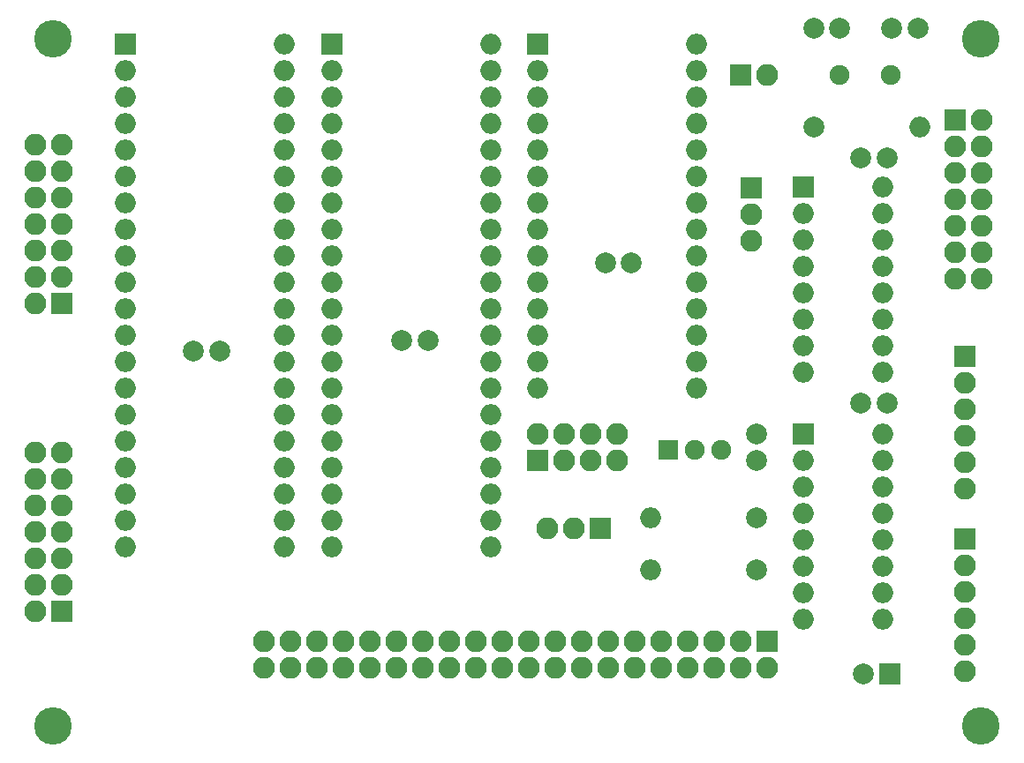
<source format=gts>
G04 #@! TF.GenerationSoftware,KiCad,Pcbnew,(5.0.0-3-g5ebb6b6)*
G04 #@! TF.CreationDate,2019-09-05T21:30:35+09:00*
G04 #@! TF.ProjectId,KZ80_PIOSIO,4B5A38305F50494F53494F2E6B696361,rev?*
G04 #@! TF.SameCoordinates,Original*
G04 #@! TF.FileFunction,Soldermask,Top*
G04 #@! TF.FilePolarity,Negative*
%FSLAX46Y46*%
G04 Gerber Fmt 4.6, Leading zero omitted, Abs format (unit mm)*
G04 Created by KiCad (PCBNEW (5.0.0-3-g5ebb6b6)) date 2019 September 05, Thursday 21:30:35*
%MOMM*%
%LPD*%
G01*
G04 APERTURE LIST*
%ADD10R,2.100000X2.100000*%
%ADD11O,2.100000X2.100000*%
%ADD12R,2.000000X2.000000*%
%ADD13C,2.000000*%
%ADD14C,1.900000*%
%ADD15C,3.600000*%
%ADD16O,2.000000X2.000000*%
%ADD17R,1.900000X1.900000*%
G04 APERTURE END LIST*
D10*
G04 #@! TO.C,JP2*
X172510000Y-58880000D03*
D11*
X172510000Y-61420000D03*
X172510000Y-63960000D03*
G04 #@! TD*
D10*
G04 #@! TO.C,J8*
X192025000Y-52325000D03*
D11*
X194565000Y-52325000D03*
X192025000Y-54865000D03*
X194565000Y-54865000D03*
X192025000Y-57405000D03*
X194565000Y-57405000D03*
X192025000Y-59945000D03*
X194565000Y-59945000D03*
X192025000Y-62485000D03*
X194565000Y-62485000D03*
X192025000Y-65025000D03*
X194565000Y-65025000D03*
X192025000Y-67565000D03*
X194565000Y-67565000D03*
G04 #@! TD*
D12*
G04 #@! TO.C,C9*
X185750000Y-105500000D03*
D13*
X183250000Y-105500000D03*
G04 #@! TD*
G04 #@! TO.C,C1*
X141500000Y-73500000D03*
X139000000Y-73500000D03*
G04 #@! TD*
G04 #@! TO.C,C2*
X119000000Y-74500000D03*
X121500000Y-74500000D03*
G04 #@! TD*
G04 #@! TO.C,C3*
X158500000Y-66000000D03*
X161000000Y-66000000D03*
G04 #@! TD*
G04 #@! TO.C,C4*
X185500000Y-79500000D03*
X183000000Y-79500000D03*
G04 #@! TD*
G04 #@! TO.C,C5*
X183000000Y-56000000D03*
X185500000Y-56000000D03*
G04 #@! TD*
G04 #@! TO.C,C6*
X173000000Y-82500000D03*
X173000000Y-85000000D03*
G04 #@! TD*
G04 #@! TO.C,C7*
X181000000Y-43500000D03*
X178500000Y-43500000D03*
G04 #@! TD*
G04 #@! TO.C,C8*
X188500000Y-43500000D03*
X186000000Y-43500000D03*
G04 #@! TD*
D10*
G04 #@! TO.C,J6*
X171500000Y-48000000D03*
D11*
X174040000Y-48000000D03*
G04 #@! TD*
D10*
G04 #@! TO.C,JP1*
X158000000Y-91500000D03*
D11*
X155460000Y-91500000D03*
X152920000Y-91500000D03*
G04 #@! TD*
G04 #@! TO.C,J1*
X193000000Y-87700000D03*
X193000000Y-85160000D03*
X193000000Y-82620000D03*
X193000000Y-80080000D03*
X193000000Y-77540000D03*
D10*
X193000000Y-75000000D03*
G04 #@! TD*
G04 #@! TO.C,J2*
X193000000Y-92500000D03*
D11*
X193000000Y-95040000D03*
X193000000Y-97580000D03*
X193000000Y-100120000D03*
X193000000Y-102660000D03*
X193000000Y-105200000D03*
G04 #@! TD*
D10*
G04 #@! TO.C,J7*
X152000000Y-85000000D03*
D11*
X152000000Y-82460000D03*
X154540000Y-85000000D03*
X154540000Y-82460000D03*
X157080000Y-85000000D03*
X157080000Y-82460000D03*
X159620000Y-85000000D03*
X159620000Y-82460000D03*
G04 #@! TD*
D10*
G04 #@! TO.C,J3*
X106375000Y-69930000D03*
D11*
X103835000Y-69930000D03*
X106375000Y-67390000D03*
X103835000Y-67390000D03*
X106375000Y-64850000D03*
X103835000Y-64850000D03*
X106375000Y-62310000D03*
X103835000Y-62310000D03*
X106375000Y-59770000D03*
X103835000Y-59770000D03*
X106375000Y-57230000D03*
X103835000Y-57230000D03*
X106375000Y-54690000D03*
X103835000Y-54690000D03*
G04 #@! TD*
G04 #@! TO.C,J4*
X103835000Y-84260000D03*
X106375000Y-84260000D03*
X103835000Y-86800000D03*
X106375000Y-86800000D03*
X103835000Y-89340000D03*
X106375000Y-89340000D03*
X103835000Y-91880000D03*
X106375000Y-91880000D03*
X103835000Y-94420000D03*
X106375000Y-94420000D03*
X103835000Y-96960000D03*
X106375000Y-96960000D03*
X103835000Y-99500000D03*
D10*
X106375000Y-99500000D03*
G04 #@! TD*
G04 #@! TO.C,J5*
X174000000Y-102362000D03*
D11*
X174000000Y-104902000D03*
X171460000Y-102362000D03*
X171460000Y-104902000D03*
X168920000Y-102362000D03*
X168920000Y-104902000D03*
X166380000Y-102362000D03*
X166380000Y-104902000D03*
X163840000Y-102362000D03*
X163840000Y-104902000D03*
X161300000Y-102362000D03*
X161300000Y-104902000D03*
X158760000Y-102362000D03*
X158760000Y-104902000D03*
X156220000Y-102362000D03*
X156220000Y-104902000D03*
X153680000Y-102362000D03*
X153680000Y-104902000D03*
X151140000Y-102362000D03*
X151140000Y-104902000D03*
X148600000Y-102362000D03*
X148600000Y-104902000D03*
X146060000Y-102362000D03*
X146060000Y-104902000D03*
X143520000Y-102362000D03*
X143520000Y-104902000D03*
X140980000Y-102362000D03*
X140980000Y-104902000D03*
X138440000Y-102362000D03*
X138440000Y-104902000D03*
X135900000Y-102362000D03*
X135900000Y-104902000D03*
X133360000Y-102362000D03*
X133360000Y-104902000D03*
X130820000Y-102362000D03*
X130820000Y-104902000D03*
X128280000Y-102362000D03*
X128280000Y-104902000D03*
X125740000Y-102362000D03*
X125740000Y-104902000D03*
G04 #@! TD*
D14*
G04 #@! TO.C,Y1*
X181000000Y-48000000D03*
X185880000Y-48000000D03*
G04 #@! TD*
D15*
G04 #@! TO.C,MH1*
X105500000Y-44500000D03*
G04 #@! TD*
G04 #@! TO.C,MH2*
X194500000Y-44500000D03*
G04 #@! TD*
G04 #@! TO.C,MH3*
X105500000Y-110500000D03*
G04 #@! TD*
G04 #@! TO.C,MH4*
X194500000Y-110500000D03*
G04 #@! TD*
D16*
G04 #@! TO.C,U3*
X185120000Y-82500000D03*
X177500000Y-100280000D03*
X185120000Y-85040000D03*
X177500000Y-97740000D03*
X185120000Y-87580000D03*
X177500000Y-95200000D03*
X185120000Y-90120000D03*
X177500000Y-92660000D03*
X185120000Y-92660000D03*
X177500000Y-90120000D03*
X185120000Y-95200000D03*
X177500000Y-87580000D03*
X185120000Y-97740000D03*
X177500000Y-85040000D03*
X185120000Y-100280000D03*
D12*
X177500000Y-82500000D03*
G04 #@! TD*
G04 #@! TO.C,U5*
X177500000Y-58750000D03*
D16*
X185120000Y-76530000D03*
X177500000Y-61290000D03*
X185120000Y-73990000D03*
X177500000Y-63830000D03*
X185120000Y-71450000D03*
X177500000Y-66370000D03*
X185120000Y-68910000D03*
X177500000Y-68910000D03*
X185120000Y-66370000D03*
X177500000Y-71450000D03*
X185120000Y-63830000D03*
X177500000Y-73990000D03*
X185120000Y-61290000D03*
X177500000Y-76530000D03*
X185120000Y-58750000D03*
G04 #@! TD*
D12*
G04 #@! TO.C,U4*
X152000000Y-45000000D03*
D16*
X167240000Y-78020000D03*
X152000000Y-47540000D03*
X167240000Y-75480000D03*
X152000000Y-50080000D03*
X167240000Y-72940000D03*
X152000000Y-52620000D03*
X167240000Y-70400000D03*
X152000000Y-55160000D03*
X167240000Y-67860000D03*
X152000000Y-57700000D03*
X167240000Y-65320000D03*
X152000000Y-60240000D03*
X167240000Y-62780000D03*
X152000000Y-62780000D03*
X167240000Y-60240000D03*
X152000000Y-65320000D03*
X167240000Y-57700000D03*
X152000000Y-67860000D03*
X167240000Y-55160000D03*
X152000000Y-70400000D03*
X167240000Y-52620000D03*
X152000000Y-72940000D03*
X167240000Y-50080000D03*
X152000000Y-75480000D03*
X167240000Y-47540000D03*
X152000000Y-78020000D03*
X167240000Y-45000000D03*
G04 #@! TD*
G04 #@! TO.C,U1*
X147490000Y-45000000D03*
X132250000Y-93260000D03*
X147490000Y-47540000D03*
X132250000Y-90720000D03*
X147490000Y-50080000D03*
X132250000Y-88180000D03*
X147490000Y-52620000D03*
X132250000Y-85640000D03*
X147490000Y-55160000D03*
X132250000Y-83100000D03*
X147490000Y-57700000D03*
X132250000Y-80560000D03*
X147490000Y-60240000D03*
X132250000Y-78020000D03*
X147490000Y-62780000D03*
X132250000Y-75480000D03*
X147490000Y-65320000D03*
X132250000Y-72940000D03*
X147490000Y-67860000D03*
X132250000Y-70400000D03*
X147490000Y-70400000D03*
X132250000Y-67860000D03*
X147490000Y-72940000D03*
X132250000Y-65320000D03*
X147490000Y-75480000D03*
X132250000Y-62780000D03*
X147490000Y-78020000D03*
X132250000Y-60240000D03*
X147490000Y-80560000D03*
X132250000Y-57700000D03*
X147490000Y-83100000D03*
X132250000Y-55160000D03*
X147490000Y-85640000D03*
X132250000Y-52620000D03*
X147490000Y-88180000D03*
X132250000Y-50080000D03*
X147490000Y-90720000D03*
X132250000Y-47540000D03*
X147490000Y-93260000D03*
D12*
X132250000Y-45000000D03*
G04 #@! TD*
G04 #@! TO.C,U2*
X112500000Y-45000000D03*
D16*
X127740000Y-93260000D03*
X112500000Y-47540000D03*
X127740000Y-90720000D03*
X112500000Y-50080000D03*
X127740000Y-88180000D03*
X112500000Y-52620000D03*
X127740000Y-85640000D03*
X112500000Y-55160000D03*
X127740000Y-83100000D03*
X112500000Y-57700000D03*
X127740000Y-80560000D03*
X112500000Y-60240000D03*
X127740000Y-78020000D03*
X112500000Y-62780000D03*
X127740000Y-75480000D03*
X112500000Y-65320000D03*
X127740000Y-72940000D03*
X112500000Y-67860000D03*
X127740000Y-70400000D03*
X112500000Y-70400000D03*
X127740000Y-67860000D03*
X112500000Y-72940000D03*
X127740000Y-65320000D03*
X112500000Y-75480000D03*
X127740000Y-62780000D03*
X112500000Y-78020000D03*
X127740000Y-60240000D03*
X112500000Y-80560000D03*
X127740000Y-57700000D03*
X112500000Y-83100000D03*
X127740000Y-55160000D03*
X112500000Y-85640000D03*
X127740000Y-52620000D03*
X112500000Y-88180000D03*
X127740000Y-50080000D03*
X112500000Y-90720000D03*
X127740000Y-47540000D03*
X112500000Y-93260000D03*
X127740000Y-45000000D03*
G04 #@! TD*
D14*
G04 #@! TO.C,Q1*
X167040000Y-84000000D03*
X169580000Y-84000000D03*
D17*
X164500000Y-84000000D03*
G04 #@! TD*
D13*
G04 #@! TO.C,R1*
X173000000Y-90500000D03*
D16*
X162840000Y-90500000D03*
G04 #@! TD*
G04 #@! TO.C,R2*
X162840000Y-95500000D03*
D13*
X173000000Y-95500000D03*
G04 #@! TD*
G04 #@! TO.C,R3*
X178500000Y-53000000D03*
D16*
X188660000Y-53000000D03*
G04 #@! TD*
M02*

</source>
